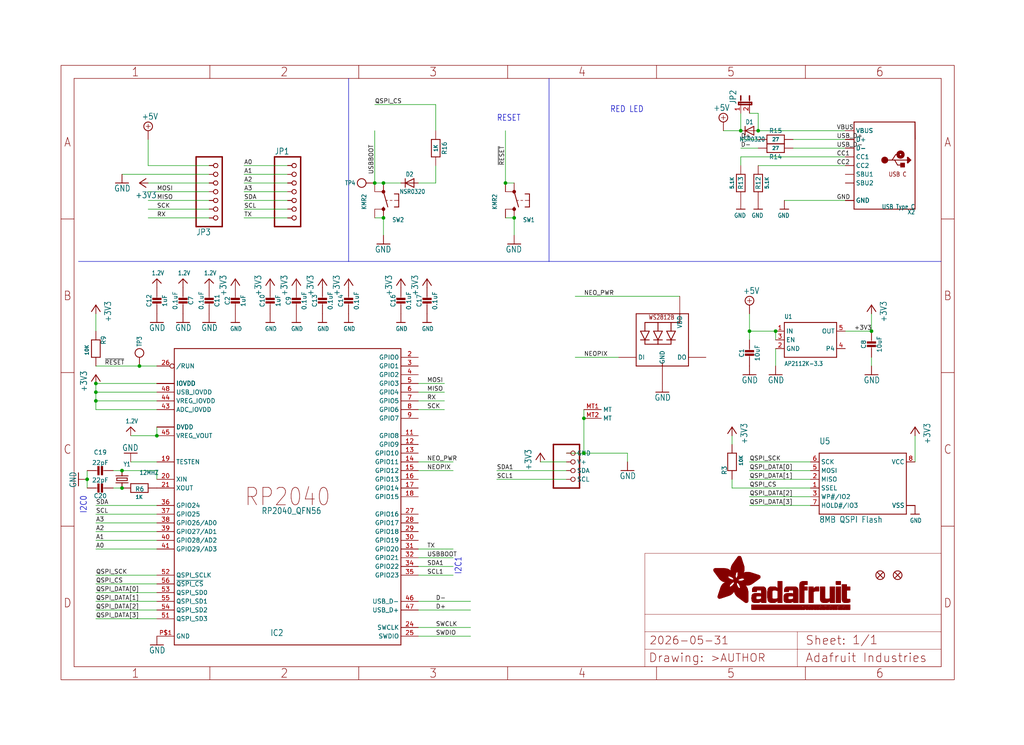
<source format=kicad_sch>
(kicad_sch (version 20230121) (generator eeschema)
  (paper "User" 298.45 217.17)
  (lib_symbols
    (symbol "Adafruit QT Py RP2040-eagle-import:+3V3" (power)
      (property "Value" "+3V3" (at -2.54 -5.08 90))
      (symbol "+3V3_1_0"
        (pin power_in line (at 0 -2.54 90) (length 2.54) (name "+3V3") (number "1"))
      )
    )
    (symbol "Adafruit QT Py RP2040-eagle-import:+5V" (power)
      (property "Value" "+5V" (at -1.905 3.175 0))
      (symbol "+5V_1_0"
        (pin power_in line (at 0 -2.54 90) (length 2.54) (name "+5V") (number "1"))
      )
    )
    (symbol "Adafruit QT Py RP2040-eagle-import:1.2V" (power)
      (property "Value" "1.2V" (at -1.524 1.016 0))
      (symbol "1.2V_1_0"
        (pin power_in line (at 0 -2.54 90) (length 2.54) (name "1.2V") (number "1"))
      )
    )
    (symbol "Adafruit QT Py RP2040-eagle-import:CAP_CERAMIC0603_NO"
      (property "Reference" "C" (at -2.29 1.25 90))
      (symbol "CAP_CERAMIC0603_NO_1_0"
        (pin passive line (at 0 5.08 270) (length 2.54) (name "1") (number "1"))
        (pin passive line (at 0 -2.54 90) (length 2.54) (name "2") (number "2"))
      )
    )
    (symbol "Adafruit QT Py RP2040-eagle-import:CAP_CERAMIC0805-NOOUTLINE"
      (property "Reference" "C" (at -2.29 1.25 90))
      (symbol "CAP_CERAMIC0805-NOOUTLINE_1_0"
        (pin passive line (at 0 5.08 270) (length 2.54) (name "1") (number "1"))
        (pin passive line (at 0 -2.54 90) (length 2.54) (name "2") (number "2"))
      )
    )
    (symbol "Adafruit QT Py RP2040-eagle-import:CAP_CERAMIC_0402NO"
      (property "Reference" "C" (at -2.29 1.25 90))
      (symbol "CAP_CERAMIC_0402NO_1_0"
        (pin passive line (at 0 5.08 270) (length 2.54) (name "1") (number "1"))
        (pin passive line (at 0 -2.54 90) (length 2.54) (name "2") (number "2"))
      )
    )
    (symbol "Adafruit QT Py RP2040-eagle-import:CRYSTAL2.5X2.0"
      (property "Reference" "Y" (at -2.54 2.54 0))
      (symbol "CRYSTAL2.5X2.0_1_0"
        (pin passive line (at -2.54 0 0) (length 0) (name "1") (number "1"))
        (pin passive line (at 2.54 0 180) (length 0) (name "2") (number "3"))
      )
    )
    (symbol "Adafruit QT Py RP2040-eagle-import:DIODE_SOD323MINI"
      (property "Reference" "D" (at 0 2.54 0))
      (symbol "DIODE_SOD323MINI_1_0"
        (pin passive line (at -2.54 0 0) (length 2.54) (name "A") (number "A"))
        (pin passive line (at 2.54 0 180) (length 2.54) (name "C") (number "C"))
      )
    )
    (symbol "Adafruit QT Py RP2040-eagle-import:FIDUCIAL_1MM")
    (symbol "Adafruit QT Py RP2040-eagle-import:FRAME_A4_ADAFRUIT"
      (symbol "FRAME_A4_ADAFRUIT_1_0"
        (text "${#}/${##}" (at 230.505 10.16 0) (effects (font (size 2.54 2.54)) (justify left bottom)))
        (text "${CURRENT_DATE}" (at 171.45 10.16 0) (effects (font (size 2.286 2.286)) (justify left bottom)))
        (text "${PROJECTNAME}" (at 171.45 15.24 0) (effects (font (size 2.54 2.54)) (justify left bottom)))
        (text "1" (at 21.6958 1.905 0) (effects (font (size 2.54 2.286))))
        (text "1" (at 21.6958 177.165 0) (effects (font (size 2.54 2.286))))
        (text "2" (at 65.0875 1.905 0) (effects (font (size 2.54 2.286))))
        (text "2" (at 65.0875 177.165 0) (effects (font (size 2.54 2.286))))
        (text "3" (at 108.4792 1.905 0) (effects (font (size 2.54 2.286))))
        (text "3" (at 108.4792 177.165 0) (effects (font (size 2.54 2.286))))
        (text "4" (at 151.8708 1.905 0) (effects (font (size 2.54 2.286))))
        (text "4" (at 151.8708 177.165 0) (effects (font (size 2.54 2.286))))
        (text "5" (at 195.2625 1.905 0) (effects (font (size 2.54 2.286))))
        (text "5" (at 195.2625 177.165 0) (effects (font (size 2.54 2.286))))
        (text "6" (at 238.6542 1.905 0) (effects (font (size 2.54 2.286))))
        (text "6" (at 238.6542 177.165 0) (effects (font (size 2.54 2.286))))
        (text ">AUTHOR" (at 189.23 5.08 0) (effects (font (size 2.286 2.286)) (justify left bottom)))
        (text "A" (at 1.905 156.6863 0) (effects (font (size 2.54 2.286))))
        (text "A" (at 258.445 156.6863 0) (effects (font (size 2.54 2.286))))
        (text "Adafruit Industries" (at 216.916 4.953 0) (effects (font (size 2.54 2.54)) (justify left bottom)))
        (text "B" (at 1.905 111.9188 0) (effects (font (size 2.54 2.286))))
        (text "B" (at 258.445 111.9188 0) (effects (font (size 2.54 2.286))))
        (text "C" (at 1.905 67.1513 0) (effects (font (size 2.54 2.286))))
        (text "C" (at 258.445 67.1513 0) (effects (font (size 2.54 2.286))))
        (text "D" (at 1.905 22.3838 0) (effects (font (size 2.54 2.286))))
        (text "D" (at 258.445 22.3838 0) (effects (font (size 2.54 2.286))))
        (text "Drawing:" (at 171.196 4.953 0) (effects (font (size 2.54 2.54)) (justify left bottom)))
        (text "Sheet:" (at 216.916 10.033 0) (effects (font (size 2.54 2.54)) (justify left bottom)))
      )
    )
    (symbol "Adafruit QT Py RP2040-eagle-import:GND" (power)
      (property "Value" "GND" (at -2.54 -2.54 0))
      (symbol "GND_1_0"
        (pin power_in line (at 0 2.54 270) (length 2.54) (name "GND") (number "1"))
      )
    )
    (symbol "Adafruit QT Py RP2040-eagle-import:HEADER-1X7_CASTEL"
      (property "Reference" "JP" (at -6.35 10.795 0))
      (symbol "HEADER-1X7_CASTEL_1_0"
        (pin passive inverted (at -2.54 7.62 0) (length 2.54) (name "1") (number "1"))
        (pin passive inverted (at -2.54 7.62 0) (length 2.54) (name "1") (number "1C"))
        (pin passive inverted (at -2.54 5.08 0) (length 2.54) (name "2") (number "2"))
        (pin passive inverted (at -2.54 5.08 0) (length 2.54) (name "2") (number "2C"))
        (pin passive inverted (at -2.54 2.54 0) (length 2.54) (name "3") (number "3"))
        (pin passive inverted (at -2.54 2.54 0) (length 2.54) (name "3") (number "3C"))
        (pin passive inverted (at -2.54 0 0) (length 2.54) (name "4") (number "4"))
        (pin passive inverted (at -2.54 0 0) (length 2.54) (name "4") (number "4C"))
        (pin passive inverted (at -2.54 -2.54 0) (length 2.54) (name "5") (number "5"))
        (pin passive inverted (at -2.54 -2.54 0) (length 2.54) (name "5") (number "5C"))
        (pin passive inverted (at -2.54 -5.08 0) (length 2.54) (name "6") (number "6"))
        (pin passive inverted (at -2.54 -5.08 0) (length 2.54) (name "6") (number "6C"))
        (pin passive inverted (at -2.54 -7.62 0) (length 2.54) (name "7") (number "7"))
        (pin passive inverted (at -2.54 -7.62 0) (length 2.54) (name "7") (number "7C"))
      )
    )
    (symbol "Adafruit QT Py RP2040-eagle-import:JUMPER-2SMD-NO"
      (property "Reference" "JP" (at -1.27 0 90))
      (symbol "JUMPER-2SMD-NO_1_0"
        (pin passive line (at 0 -2.54 90) (length 2.54) (name "1") (number "1"))
        (pin passive line (at 2.54 -2.54 90) (length 2.54) (name "2") (number "2"))
      )
    )
    (symbol "Adafruit QT Py RP2040-eagle-import:RESISTOR_0402NO"
      (property "Reference" "R" (at 0 2.54 0))
      (symbol "RESISTOR_0402NO_1_0"
        (pin passive line (at -5.08 0 0) (length 2.54) (name "1") (number "1"))
        (pin passive line (at 5.08 0 180) (length 2.54) (name "2") (number "2"))
      )
    )
    (symbol "Adafruit QT Py RP2040-eagle-import:RP2040_QFN56"
      (property "Reference" "IC" (at -5.08 -40.64 0))
      (symbol "RP2040_QFN56_1_0"
        (text "RP2040" (at 0 0 0) (effects (font (size 5.08 4.318))))
        (pin power_in line (at -38.1 33.02 0) (length 5.08) (name "IOVDD") (number "1"))
        (pin power_in line (at -38.1 33.02 0) (length 5.08) (name "IOVDD") (number "10"))
        (pin bidirectional line (at 38.1 17.78 180) (length 5.08) (name "GPIO8") (number "11"))
        (pin bidirectional line (at 38.1 15.24 180) (length 5.08) (name "GPIO9") (number "12"))
        (pin bidirectional line (at 38.1 12.7 180) (length 5.08) (name "GPIO10") (number "13"))
        (pin bidirectional line (at 38.1 10.16 180) (length 5.08) (name "GPIO11") (number "14"))
        (pin bidirectional line (at 38.1 7.62 180) (length 5.08) (name "GPIO12") (number "15"))
        (pin bidirectional line (at 38.1 5.08 180) (length 5.08) (name "GPIO13") (number "16"))
        (pin bidirectional line (at 38.1 2.54 180) (length 5.08) (name "GPIO14") (number "17"))
        (pin bidirectional line (at 38.1 0 180) (length 5.08) (name "GPIO15") (number "18"))
        (pin input line (at -38.1 10.16 0) (length 5.08) (name "TESTEN") (number "19"))
        (pin bidirectional line (at 38.1 40.64 180) (length 5.08) (name "GPIO0") (number "2"))
        (pin input line (at -38.1 5.08 0) (length 5.08) (name "XIN") (number "20"))
        (pin output line (at -38.1 2.54 0) (length 5.08) (name "XOUT") (number "21"))
        (pin power_in line (at -38.1 33.02 0) (length 5.08) (name "IOVDD") (number "22"))
        (pin power_in line (at -38.1 20.32 0) (length 5.08) (name "DVDD") (number "23"))
        (pin bidirectional line (at 38.1 -38.1 180) (length 5.08) (name "SWCLK") (number "24"))
        (pin bidirectional line (at 38.1 -40.64 180) (length 5.08) (name "SWDIO") (number "25"))
        (pin bidirectional inverted (at -38.1 38.1 0) (length 5.08) (name "/RUN") (number "26"))
        (pin bidirectional line (at 38.1 -5.08 180) (length 5.08) (name "GPIO16") (number "27"))
        (pin bidirectional line (at 38.1 -7.62 180) (length 5.08) (name "GPIO17") (number "28"))
        (pin bidirectional line (at 38.1 -10.16 180) (length 5.08) (name "GPIO18") (number "29"))
        (pin bidirectional line (at 38.1 38.1 180) (length 5.08) (name "GPIO1") (number "3"))
        (pin bidirectional line (at 38.1 -12.7 180) (length 5.08) (name "GPIO19") (number "30"))
        (pin bidirectional line (at 38.1 -15.24 180) (length 5.08) (name "GPIO20") (number "31"))
        (pin bidirectional line (at 38.1 -17.78 180) (length 5.08) (name "GPIO21") (number "32"))
        (pin power_in line (at -38.1 33.02 0) (length 5.08) (name "IOVDD") (number "33"))
        (pin bidirectional line (at 38.1 -20.32 180) (length 5.08) (name "GPIO22") (number "34"))
        (pin bidirectional line (at 38.1 -22.86 180) (length 5.08) (name "GPIO23") (number "35"))
        (pin bidirectional line (at -38.1 -2.54 0) (length 5.08) (name "GPIO24") (number "36"))
        (pin bidirectional line (at -38.1 -5.08 0) (length 5.08) (name "GPIO25") (number "37"))
        (pin bidirectional line (at -38.1 -7.62 0) (length 5.08) (name "GPIO26/AD0") (number "38"))
        (pin bidirectional line (at -38.1 -10.16 0) (length 5.08) (name "GPIO27/AD1") (number "39"))
        (pin bidirectional line (at 38.1 35.56 180) (length 5.08) (name "GPIO2") (number "4"))
        (pin bidirectional line (at -38.1 -12.7 0) (length 5.08) (name "GPIO28/AD2") (number "40"))
        (pin bidirectional line (at -38.1 -15.24 0) (length 5.08) (name "GPIO29/AD3") (number "41"))
        (pin power_in line (at -38.1 33.02 0) (length 5.08) (name "IOVDD") (number "42"))
        (pin power_in line (at -38.1 25.4 0) (length 5.08) (name "ADC_IOVDD") (number "43"))
        (pin power_in line (at -38.1 27.94 0) (length 5.08) (name "VREG_IOVDD") (number "44"))
        (pin power_in line (at -38.1 17.78 0) (length 5.08) (name "VREG_VOUT") (number "45"))
        (pin bidirectional line (at 38.1 -30.48 180) (length 5.08) (name "USB_D-") (number "46"))
        (pin bidirectional line (at 38.1 -33.02 180) (length 5.08) (name "USB_D+") (number "47"))
        (pin power_in line (at -38.1 30.48 0) (length 5.08) (name "USB_IOVDD") (number "48"))
        (pin power_in line (at -38.1 33.02 0) (length 5.08) (name "IOVDD") (number "49"))
        (pin bidirectional line (at 38.1 33.02 180) (length 5.08) (name "GPIO3") (number "5"))
        (pin power_in line (at -38.1 20.32 0) (length 5.08) (name "DVDD") (number "50"))
        (pin bidirectional line (at -38.1 -35.56 0) (length 5.08) (name "QSPI_SD3") (number "51"))
        (pin bidirectional line (at -38.1 -22.86 0) (length 5.08) (name "QSPI_SCLK") (number "52"))
        (pin bidirectional line (at -38.1 -27.94 0) (length 5.08) (name "QSPI_SD0") (number "53"))
        (pin bidirectional line (at -38.1 -33.02 0) (length 5.08) (name "QSPI_SD2") (number "54"))
        (pin bidirectional line (at -38.1 -30.48 0) (length 5.08) (name "QSPI_SD1") (number "55"))
        (pin bidirectional line (at -38.1 -25.4 0) (length 5.08) (name "~{QSPI_CS}") (number "56"))
        (pin bidirectional line (at 38.1 30.48 180) (length 5.08) (name "GPIO4") (number "6"))
        (pin bidirectional line (at 38.1 27.94 180) (length 5.08) (name "GPIO5") (number "7"))
        (pin bidirectional line (at 38.1 25.4 180) (length 5.08) (name "GPIO6") (number "8"))
        (pin bidirectional line (at 38.1 22.86 180) (length 5.08) (name "GPIO7") (number "9"))
        (pin power_in line (at -38.1 -40.64 0) (length 5.08) (name "GND") (number "P$1"))
      )
    )
    (symbol "Adafruit QT Py RP2040-eagle-import:SPIFLASH_8PIN_4X4"
      (property "Reference" "U" (at -12.7 12.7 0))
      (symbol "SPIFLASH_8PIN_4X4_1_0"
        (pin bidirectional line (at -15.24 0 0) (length 2.54) (name "SSEL") (number "1"))
        (pin bidirectional line (at -15.24 2.54 0) (length 2.54) (name "MISO") (number "2"))
        (pin bidirectional line (at -15.24 -2.54 0) (length 2.54) (name "WP#/IO2") (number "3"))
        (pin bidirectional line (at 15.24 -5.08 180) (length 2.54) (name "VSS") (number "4"))
        (pin bidirectional line (at -15.24 5.08 0) (length 2.54) (name "MOSI") (number "5"))
        (pin bidirectional line (at -15.24 7.62 0) (length 2.54) (name "SCK") (number "6"))
        (pin bidirectional line (at -15.24 -5.08 0) (length 2.54) (name "HOLD#/IO3") (number "7"))
        (pin bidirectional line (at 15.24 7.62 180) (length 2.54) (name "VCC") (number "8"))
        (pin bidirectional line (at 15.24 -5.08 180) (length 2.54) (name "VSS") (number "PAD"))
      )
    )
    (symbol "Adafruit QT Py RP2040-eagle-import:STEMMA_I2C_QTSKINNY"
      (symbol "STEMMA_I2C_QTSKINNY_1_0"
        (pin passive inverted (at 0 5.08 0) (length 2.54) (name "GND") (number "1"))
        (pin passive inverted (at 0 2.54 0) (length 2.54) (name "V+") (number "2"))
        (pin passive inverted (at 0 0 0) (length 2.54) (name "SDA") (number "3"))
        (pin passive inverted (at 0 -2.54 0) (length 2.54) (name "SCL") (number "4"))
      )
      (symbol "STEMMA_I2C_QTSKINNY_2_0"
        (pin bidirectional line (at 0 0 0) (length 5.08) (name "MT") (number "MT1"))
      )
      (symbol "STEMMA_I2C_QTSKINNY_3_0"
        (pin bidirectional line (at 0 0 0) (length 5.08) (name "MT") (number "MT2"))
      )
    )
    (symbol "Adafruit QT Py RP2040-eagle-import:SWITCH_TACT_SMT4.6X2.8"
      (property "Reference" "SW" (at -2.54 6.35 0))
      (symbol "SWITCH_TACT_SMT4.6X2.8_1_0"
        (pin passive line (at -5.08 0 0) (length 2.54) (name "P") (number "A"))
        (pin passive line (at -5.08 -2.54 0) (length 2.54) (name "P1") (number "A'"))
        (pin passive line (at 5.08 0 180) (length 2.54) (name "S") (number "B"))
        (pin passive line (at 5.08 -2.54 180) (length 2.54) (name "S1") (number "B'"))
      )
    )
    (symbol "Adafruit QT Py RP2040-eagle-import:TESTPOINTROUND1.5MMNO"
      (property "Reference" "TP" (at 0 5.588 90))
      (symbol "TESTPOINTROUND1.5MMNO_1_0"
        (pin bidirectional line (at 0 0 90) (length 2.54) (name "P$1") (number "P$1"))
      )
    )
    (symbol "Adafruit QT Py RP2040-eagle-import:USB_C"
      (property "Reference" "X" (at -10.16 13.716 0))
      (symbol "USB_C_1_0"
        (text "USB C" (at -5.08 -2.54 0) (effects (font (size 1.27 1.0795))))
        (pin power_in line (at 10.16 -10.16 180) (length 2.54) (name "GND") (number "A1B12"))
        (pin power_in line (at 10.16 10.16 180) (length 2.54) (name "VBUS") (number "A4B9"))
        (pin bidirectional line (at 10.16 2.54 180) (length 2.54) (name "CC1") (number "A5"))
        (pin bidirectional line (at 10.16 7.62 180) (length 2.54) (name "D+") (number "A6"))
        (pin bidirectional line (at 10.16 5.08 180) (length 2.54) (name "D-") (number "A7"))
        (pin bidirectional line (at 10.16 -2.54 180) (length 2.54) (name "SBU1") (number "A8"))
        (pin power_in line (at 10.16 -10.16 180) (length 2.54) (name "GND") (number "B1A12"))
        (pin power_in line (at 10.16 10.16 180) (length 2.54) (name "VBUS") (number "B4A9"))
        (pin bidirectional line (at 10.16 0 180) (length 2.54) (name "CC2") (number "B5"))
        (pin bidirectional line (at 10.16 7.62 180) (length 2.54) (name "D+") (number "B6"))
        (pin bidirectional line (at 10.16 5.08 180) (length 2.54) (name "D-") (number "B7"))
        (pin bidirectional line (at 10.16 -5.08 180) (length 2.54) (name "SBU2") (number "B8"))
      )
    )
    (symbol "Adafruit QT Py RP2040-eagle-import:VREG_SOT23-5"
      (property "Reference" "U" (at -7.62 6.096 0))
      (symbol "VREG_SOT23-5_1_0"
        (pin power_in line (at -10.16 2.54 0) (length 2.54) (name "IN") (number "1"))
        (pin power_in line (at -10.16 -2.54 0) (length 2.54) (name "GND") (number "2"))
        (pin input line (at -10.16 0 0) (length 2.54) (name "EN") (number "3"))
        (pin bidirectional line (at 10.16 -2.54 180) (length 2.54) (name "P4") (number "4"))
        (pin power_in line (at 10.16 2.54 180) (length 2.54) (name "OUT") (number "5"))
      )
    )
    (symbol "Adafruit QT Py RP2040-eagle-import:WS2812B_SK6805_1515"
      (symbol "WS2812B_SK6805_1515_1_0"
        (text "WS2812B" (at -4.064 8.382 0) (effects (font (size 1.27 1.0795)) (justify left bottom)))
        (pin input line (at -12.7 -2.54 0) (length 5.08) (name "DI") (number "1"))
        (pin power_in line (at 5.08 15.24 270) (length 5.08) (name "VDD") (number "2"))
        (pin output line (at 12.7 -2.54 180) (length 5.08) (name "DO") (number "3"))
        (pin power_in line (at 0 -10.16 90) (length 5.08) (name "GND") (number "4"))
      )
    )
    (symbol "Adafruit QT Py RP2040-eagle-import:microbuilder_GND" (power)
      (property "Value" "microbuilder_GND" (at -1.524 -2.54 0))
      (symbol "microbuilder_GND_1_0"
        (pin power_in line (at 0 2.54 270) (length 2.54) (name "GND") (number "1"))
      )
    )
  )
  (junction (at 109.22 53.34))
  (junction (at 215.9 38.1))
  (junction (at 35.56 142.24))
  (junction (at 25.4 139.7))
  (junction (at 170.18 132.08))
  (junction (at 149.86 63.5))
  (junction (at 45.72 127))
  (junction (at 111.76 63.5))
  (junction (at 220.98 38.1))
  (junction (at 254 96.52))
  (junction (at 170.18 121.92))
  (junction (at 111.76 53.34))
  (junction (at 35.56 137.16))
  (junction (at 40.64 106.68))
  (junction (at 218.44 96.52))
  (junction (at 27.94 111.76))
  (junction (at 147.32 53.34))
  (junction (at 27.94 116.84))
  (junction (at 27.94 114.3))
  (junction (at 226.06 96.52))
  (wire (pts (xy 215.9 38.1) (xy 215.9 33.02)) (stroke (width 0.1524)))
  (wire (pts (xy 254 106.68) (xy 254 104.14)) (stroke (width 0.1524)))
  (wire (pts (xy 246.38 40.64) (xy 231.14 40.64)) (stroke (width 0.1524)))
  (wire (pts (xy 45.72 147.32) (xy 27.94 147.32)) (stroke (width 0.1524)))
  (wire (pts (xy 218.44 99.06) (xy 218.44 96.52)) (stroke (width 0.1524)))
  (wire (pts (xy 121.92 160.02) (xy 132.08 160.02)) (stroke (width 0.1524)))
  (wire (pts (xy 71.12 58.42) (xy 83.82 58.42)) (stroke (width 0.1524)))
  (wire (pts (xy 71.12 53.34) (xy 83.82 53.34)) (stroke (width 0.1524)))
  (wire (pts (xy 121.92 114.3) (xy 129.54 114.3)) (stroke (width 0.1524)))
  (wire (pts (xy 215.9 38.1) (xy 210.82 38.1)) (stroke (width 0.1524)))
  (wire (pts (xy 228.6 58.42) (xy 246.38 58.42)) (stroke (width 0.1524)))
  (wire (pts (xy 213.36 139.7) (xy 213.36 142.24)) (stroke (width 0.1524)))
  (wire (pts (xy 27.94 172.72) (xy 45.72 172.72)) (stroke (width 0.1524)))
  (wire (pts (xy 236.22 134.62) (xy 218.44 134.62)) (stroke (width 0.1524)))
  (wire (pts (xy 149.86 63.5) (xy 149.86 68.58)) (stroke (width 0.1524)))
  (wire (pts (xy 71.12 48.26) (xy 83.82 48.26)) (stroke (width 0.1524)))
  (wire (pts (xy 220.98 40.64) (xy 215.9 40.64)) (stroke (width 0.1524)))
  (wire (pts (xy 220.98 33.02) (xy 220.98 38.1)) (stroke (width 0.1524)))
  (polyline (pts (xy 101.6 76.2) (xy 101.6 22.86)) (stroke (width 0.1524) (type solid)))
  (wire (pts (xy 40.64 106.68) (xy 27.94 106.68)) (stroke (width 0.1524)))
  (wire (pts (xy 121.92 111.76) (xy 129.54 111.76)) (stroke (width 0.1524)))
  (wire (pts (xy 127 30.48) (xy 109.22 30.48)) (stroke (width 0.1524)))
  (wire (pts (xy 45.72 124.46) (xy 45.72 127)) (stroke (width 0.1524)))
  (wire (pts (xy 109.22 63.5) (xy 111.76 63.5)) (stroke (width 0.1524)))
  (wire (pts (xy 60.96 55.88) (xy 43.18 55.88)) (stroke (width 0.1524)))
  (wire (pts (xy 45.72 106.68) (xy 40.64 106.68)) (stroke (width 0.1524)))
  (wire (pts (xy 165.1 132.08) (xy 170.18 132.08)) (stroke (width 0.1524)))
  (wire (pts (xy 60.96 48.26) (xy 43.18 48.26)) (stroke (width 0.1524)))
  (polyline (pts (xy 22.86 76.2) (xy 101.6 76.2)) (stroke (width 0.1524) (type solid)))
  (wire (pts (xy 121.92 185.42) (xy 137.16 185.42)) (stroke (width 0.1524)))
  (wire (pts (xy 60.96 53.34) (xy 43.18 53.34)) (stroke (width 0.1524)))
  (wire (pts (xy 121.92 175.26) (xy 137.16 175.26)) (stroke (width 0.1524)))
  (wire (pts (xy 220.98 38.1) (xy 246.38 38.1)) (stroke (width 0.1524)))
  (wire (pts (xy 121.92 177.8) (xy 137.16 177.8)) (stroke (width 0.1524)))
  (wire (pts (xy 213.36 142.24) (xy 236.22 142.24)) (stroke (width 0.1524)))
  (wire (pts (xy 45.72 137.16) (xy 45.72 139.7)) (stroke (width 0.1524)))
  (wire (pts (xy 170.18 121.92) (xy 170.18 132.08)) (stroke (width 0.1524)))
  (wire (pts (xy 180.34 104.14) (xy 167.64 104.14)) (stroke (width 0.1524)))
  (wire (pts (xy 83.82 63.5) (xy 71.12 63.5)) (stroke (width 0.1524)))
  (wire (pts (xy 45.72 152.4) (xy 27.94 152.4)) (stroke (width 0.1524)))
  (wire (pts (xy 27.94 177.8) (xy 45.72 177.8)) (stroke (width 0.1524)))
  (wire (pts (xy 218.44 147.32) (xy 236.22 147.32)) (stroke (width 0.1524)))
  (wire (pts (xy 35.56 137.16) (xy 45.72 137.16)) (stroke (width 0.1524)))
  (wire (pts (xy 218.44 33.02) (xy 220.98 33.02)) (stroke (width 0.1524)))
  (wire (pts (xy 170.18 132.08) (xy 182.88 132.08)) (stroke (width 0.1524)))
  (wire (pts (xy 218.44 96.52) (xy 226.06 96.52)) (stroke (width 0.1524)))
  (wire (pts (xy 215.9 45.72) (xy 215.9 48.26)) (stroke (width 0.1524)))
  (wire (pts (xy 25.4 139.7) (xy 25.4 137.16)) (stroke (width 0.1524)))
  (wire (pts (xy 45.72 167.64) (xy 27.94 167.64)) (stroke (width 0.1524)))
  (wire (pts (xy 83.82 55.88) (xy 71.12 55.88)) (stroke (width 0.1524)))
  (wire (pts (xy 132.08 167.64) (xy 121.92 167.64)) (stroke (width 0.1524)))
  (wire (pts (xy 165.1 139.7) (xy 144.78 139.7)) (stroke (width 0.1524)))
  (wire (pts (xy 218.44 91.44) (xy 218.44 96.52)) (stroke (width 0.1524)))
  (polyline (pts (xy 160.02 76.2) (xy 160.02 22.86)) (stroke (width 0.1524) (type solid)))
  (wire (pts (xy 27.94 91.44) (xy 27.94 96.52)) (stroke (width 0.1524)))
  (wire (pts (xy 246.38 48.26) (xy 220.98 48.26)) (stroke (width 0.1524)))
  (wire (pts (xy 38.1 127) (xy 45.72 127)) (stroke (width 0.1524)))
  (wire (pts (xy 27.94 154.94) (xy 45.72 154.94)) (stroke (width 0.1524)))
  (wire (pts (xy 27.94 114.3) (xy 27.94 111.76)) (stroke (width 0.1524)))
  (wire (pts (xy 236.22 144.78) (xy 218.44 144.78)) (stroke (width 0.1524)))
  (wire (pts (xy 111.76 53.34) (xy 116.84 53.34)) (stroke (width 0.1524)))
  (wire (pts (xy 27.94 149.86) (xy 45.72 149.86)) (stroke (width 0.1524)))
  (polyline (pts (xy 160.02 76.2) (xy 101.6 76.2)) (stroke (width 0.1524) (type solid)))
  (wire (pts (xy 215.9 43.18) (xy 220.98 43.18)) (stroke (width 0.1524)))
  (wire (pts (xy 213.36 127) (xy 213.36 129.54)) (stroke (width 0.1524)))
  (wire (pts (xy 147.32 53.34) (xy 147.32 38.1)) (stroke (width 0.1524)))
  (wire (pts (xy 60.96 60.96) (xy 43.18 60.96)) (stroke (width 0.1524)))
  (wire (pts (xy 231.14 43.18) (xy 246.38 43.18)) (stroke (width 0.1524)))
  (wire (pts (xy 111.76 53.34) (xy 109.22 53.34)) (stroke (width 0.1524)))
  (wire (pts (xy 45.72 157.48) (xy 27.94 157.48)) (stroke (width 0.1524)))
  (wire (pts (xy 27.94 116.84) (xy 27.94 114.3)) (stroke (width 0.1524)))
  (wire (pts (xy 33.02 142.24) (xy 35.56 142.24)) (stroke (width 0.1524)))
  (wire (pts (xy 60.96 63.5) (xy 43.18 63.5)) (stroke (width 0.1524)))
  (wire (pts (xy 165.1 134.62) (xy 157.48 134.62)) (stroke (width 0.1524)))
  (wire (pts (xy 182.88 132.08) (xy 182.88 134.62)) (stroke (width 0.1524)))
  (wire (pts (xy 111.76 63.5) (xy 111.76 68.58)) (stroke (width 0.1524)))
  (wire (pts (xy 246.38 96.52) (xy 254 96.52)) (stroke (width 0.1524)))
  (wire (pts (xy 226.06 101.6) (xy 226.06 106.68)) (stroke (width 0.1524)))
  (wire (pts (xy 170.18 119.38) (xy 170.18 121.92)) (stroke (width 0.1524)))
  (wire (pts (xy 43.18 48.26) (xy 43.18 40.64)) (stroke (width 0.1524)))
  (wire (pts (xy 226.06 99.06) (xy 226.06 96.52)) (stroke (width 0.1524)))
  (wire (pts (xy 25.4 142.24) (xy 25.4 139.7)) (stroke (width 0.1524)))
  (wire (pts (xy 27.94 160.02) (xy 45.72 160.02)) (stroke (width 0.1524)))
  (wire (pts (xy 45.72 119.38) (xy 27.94 119.38)) (stroke (width 0.1524)))
  (wire (pts (xy 121.92 137.16) (xy 132.08 137.16)) (stroke (width 0.1524)))
  (wire (pts (xy 27.94 119.38) (xy 27.94 116.84)) (stroke (width 0.1524)))
  (wire (pts (xy 83.82 50.8) (xy 71.12 50.8)) (stroke (width 0.1524)))
  (wire (pts (xy 45.72 116.84) (xy 27.94 116.84)) (stroke (width 0.1524)))
  (wire (pts (xy 121.92 134.62) (xy 132.08 134.62)) (stroke (width 0.1524)))
  (wire (pts (xy 165.1 137.16) (xy 144.78 137.16)) (stroke (width 0.1524)))
  (wire (pts (xy 218.44 137.16) (xy 236.22 137.16)) (stroke (width 0.1524)))
  (wire (pts (xy 236.22 139.7) (xy 218.44 139.7)) (stroke (width 0.1524)))
  (wire (pts (xy 83.82 60.96) (xy 71.12 60.96)) (stroke (width 0.1524)))
  (wire (pts (xy 266.7 127) (xy 266.7 134.62)) (stroke (width 0.1524)))
  (wire (pts (xy 60.96 58.42) (xy 43.18 58.42)) (stroke (width 0.1524)))
  (wire (pts (xy 121.92 53.34) (xy 127 53.34)) (stroke (width 0.1524)))
  (wire (pts (xy 109.22 53.34) (xy 109.22 38.1)) (stroke (width 0.1524)))
  (wire (pts (xy 121.92 119.38) (xy 129.54 119.38)) (stroke (width 0.1524)))
  (wire (pts (xy 147.32 63.5) (xy 149.86 63.5)) (stroke (width 0.1524)))
  (polyline (pts (xy 274.32 76.2) (xy 160.02 76.2)) (stroke (width 0.1524) (type solid)))
  (wire (pts (xy 45.72 170.18) (xy 27.94 170.18)) (stroke (width 0.1524)))
  (wire (pts (xy 198.12 86.36) (xy 167.64 86.36)) (stroke (width 0.1524)))
  (wire (pts (xy 246.38 45.72) (xy 215.9 45.72)) (stroke (width 0.1524)))
  (wire (pts (xy 45.72 114.3) (xy 27.94 114.3)) (stroke (width 0.1524)))
  (wire (pts (xy 254 91.44) (xy 254 96.52)) (stroke (width 0.1524)))
  (wire (pts (xy 27.94 175.26) (xy 45.72 175.26)) (stroke (width 0.1524)))
  (wire (pts (xy 45.72 134.62) (xy 38.1 134.62)) (stroke (width 0.1524)))
  (wire (pts (xy 121.92 162.56) (xy 132.08 162.56)) (stroke (width 0.1524)))
  (wire (pts (xy 121.92 116.84) (xy 129.54 116.84)) (stroke (width 0.1524)))
  (wire (pts (xy 60.96 50.8) (xy 35.56 50.8)) (stroke (width 0.1524)))
  (wire (pts (xy 137.16 182.88) (xy 121.92 182.88)) (stroke (width 0.1524)))
  (wire (pts (xy 35.56 137.16) (xy 33.02 137.16)) (stroke (width 0.1524)))
  (wire (pts (xy 45.72 111.76) (xy 27.94 111.76)) (stroke (width 0.1524)))
  (wire (pts (xy 127 53.34) (xy 127 48.26)) (stroke (width 0.1524)))
  (wire (pts (xy 127 38.1) (xy 127 30.48)) (stroke (width 0.1524)))
  (wire (pts (xy 27.94 180.34) (xy 45.72 180.34)) (stroke (width 0.1524)))
  (wire (pts (xy 149.86 53.34) (xy 147.32 53.34)) (stroke (width 0.1524)))
  (wire (pts (xy 121.92 165.1) (xy 132.08 165.1)) (stroke (width 0.1524)))
  (text "I2C1" (at 134.62 167.64 90) (effects (font (size 1.778 1.5113)) (justify left bottom)))
  (text "RED LED" (at 177.8 33.02 0) (effects (font (size 1.778 1.5113)) (justify left bottom)))
  (text "RESET" (at 144.78 35.56 0) (effects (font (size 1.778 1.5113)) (justify left bottom)))
  (text "I2C0" (at 25.4 149.86 90) (effects (font (size 1.778 1.5113)) (justify left bottom)))
  (label "~{RESET}" (at 147.32 48.26 90) (effects (font (size 1.2446 1.2446))))
  (label "QSPI_DATA[1]" (at 27.94 175.26 0) (effects (font (size 1.2446 1.2446))))
  (label "A3" (at 71.12 55.88 0) (effects (font (size 1.2446 1.2446))))
  (label "SWCLK" (at 127 182.88 0) (effects (font (size 1.2446 1.2446))))
  (label "RX" (at 124.46 116.84 0) (effects (font (size 1.2446 1.2446))))
  (label "CC2" (at 243.84 48.26 0) (effects (font (size 1.2446 1.2446))))
  (label "NEOPIX" (at 124.46 137.16 0) (effects (font (size 1.2446 1.2446))))
  (label "QSPI_DATA[1]" (at 218.44 139.7 0) (effects (font (size 1.2446 1.2446))))
  (label "VBUS" (at 243.84 38.1 0) (effects (font (size 1.2446 1.2446))))
  (label "A2" (at 71.12 53.34 0) (effects (font (size 1.2446 1.2446))))
  (label "QSPI_DATA[0]" (at 27.94 172.72 0) (effects (font (size 1.2446 1.2446))))
  (label "A1" (at 27.94 157.48 0) (effects (font (size 1.2446 1.2446))))
  (label "MISO" (at 124.46 114.3 0) (effects (font (size 1.2446 1.2446))))
  (label "D-" (at 215.9 43.18 0) (effects (font (size 1.2446 1.2446))))
  (label "QSPI_SCK" (at 218.44 134.62 0) (effects (font (size 1.2446 1.2446))))
  (label "SCL" (at 27.94 149.86 0) (effects (font (size 1.2446 1.2446))))
  (label "QSPI_CS" (at 109.22 30.48 0) (effects (font (size 1.2446 1.2446))))
  (label "TX" (at 71.12 63.5 0) (effects (font (size 1.2446 1.2446))))
  (label "QSPI_CS" (at 27.94 170.18 0) (effects (font (size 1.2446 1.2446))))
  (label "A1" (at 71.12 50.8 0) (effects (font (size 1.2446 1.2446))))
  (label "MOSI" (at 124.46 111.76 0) (effects (font (size 1.2446 1.2446))))
  (label "D-" (at 127 175.26 0) (effects (font (size 1.2446 1.2446))))
  (label "SDA1" (at 124.46 165.1 0) (effects (font (size 1.2446 1.2446))))
  (label "SCL" (at 71.12 60.96 0) (effects (font (size 1.2446 1.2446))))
  (label "SDA" (at 27.94 147.32 0) (effects (font (size 1.2446 1.2446))))
  (label "SDA" (at 71.12 58.42 0) (effects (font (size 1.2446 1.2446))))
  (label "QSPI_DATA[2]" (at 218.44 144.78 0) (effects (font (size 1.2446 1.2446))))
  (label "QSPI_CS" (at 218.44 142.24 0) (effects (font (size 1.2446 1.2446))))
  (label "USBBOOT" (at 109.22 50.8 90) (effects (font (size 1.2446 1.2446))))
  (label "SCK" (at 45.72 60.96 0) (effects (font (size 1.2446 1.2446))))
  (label "TX" (at 124.46 160.02 0) (effects (font (size 1.2446 1.2446))))
  (label "NEO_PWR" (at 124.46 134.62 0) (effects (font (size 1.2446 1.2446))))
  (label "A2" (at 27.94 154.94 0) (effects (font (size 1.2446 1.2446))))
  (label "SCK" (at 124.46 119.38 0) (effects (font (size 1.2446 1.2446))))
  (label "QSPI_DATA[3]" (at 27.94 180.34 0) (effects (font (size 1.2446 1.2446))))
  (label "USB_D+" (at 243.84 40.64 0) (effects (font (size 1.2446 1.2446))))
  (label "SCL1" (at 144.78 139.7 0) (effects (font (size 1.2446 1.2446))))
  (label "SCL1" (at 124.46 167.64 0) (effects (font (size 1.2446 1.2446))))
  (label "QSPI_DATA[3]" (at 218.44 147.32 0) (effects (font (size 1.2446 1.2446))))
  (label "QSPI_DATA[0]" (at 218.44 137.16 0) (effects (font (size 1.2446 1.2446))))
  (label "CC1" (at 243.84 45.72 0) (effects (font (size 1.2446 1.2446))))
  (label "GND" (at 243.84 58.42 0) (effects (font (size 1.2446 1.2446))))
  (label "USBBOOT" (at 124.46 162.56 0) (effects (font (size 1.2446 1.2446))))
  (label "D+" (at 127 177.8 0) (effects (font (size 1.2446 1.2446))))
  (label "~{RESET}" (at 30.48 106.68 0) (effects (font (size 1.2446 1.2446))))
  (label "MOSI" (at 45.72 55.88 0) (effects (font (size 1.2446 1.2446))))
  (label "NEOPIX" (at 170.18 104.14 0) (effects (font (size 1.2446 1.2446))))
  (label "USB_D-" (at 243.84 43.18 0) (effects (font (size 1.2446 1.2446))))
  (label "SDA1" (at 144.78 137.16 0) (effects (font (size 1.2446 1.2446))))
  (label "+3V3" (at 248.92 96.52 0) (effects (font (size 1.2446 1.2446))))
  (label "RX" (at 45.72 63.5 0) (effects (font (size 1.2446 1.2446))))
  (label "A3" (at 27.94 152.4 0) (effects (font (size 1.2446 1.2446))))
  (label "A0" (at 27.94 160.02 0) (effects (font (size 1.2446 1.2446))))
  (label "A0" (at 71.12 48.26 0) (effects (font (size 1.2446 1.2446))))
  (label "D+" (at 215.9 40.64 0) (effects (font (size 1.2446 1.2446))))
  (label "MISO" (at 45.72 58.42 0) (effects (font (size 1.2446 1.2446))))
  (label "QSPI_SCK" (at 27.94 167.64 0) (effects (font (size 1.2446 1.2446))))
  (label "NEO_PWR" (at 170.18 86.36 0) (effects (font (size 1.2446 1.2446))))
  (label "QSPI_DATA[2]" (at 27.94 177.8 0) (effects (font (size 1.2446 1.2446))))
  (label "SWDIO" (at 127 185.42 0) (effects (font (size 1.2446 1.2446))))
  (symbol (lib_id "Adafruit QT Py RP2040-eagle-import:microbuilder_GND") (at 78.74 93.98 0) (unit 1)
    (property "Reference" "#U$47" (effects hide))
    (property "Value" "GND" (at 77.216 96.52 0) (effects (font (size 1.27 1.0795)) (justify left bottom)))
  )
  (symbol (lib_id "Adafruit QT Py RP2040-eagle-import:CAP_CERAMIC_0402NO") (at 101.6 88.9 0) (unit 1)
    (property "Reference" "C14" (at 99.31 87.65 90))
    (property "Value" "0.1uF" (at 103.9 87.65 90))
    (property "Footprint" "Adafruit QT Py RP2040:_0402NO" (effects hide))
  )
  (symbol (lib_id "Adafruit QT Py RP2040-eagle-import:RESISTOR_0402NO") (at 213.36 134.62 90) (unit 1)
    (property "Reference" "R3" (at 211.8614 138.43 0) (effects (justify left bottom)))
    (property "Value" "10K" (at 216.662 135.89 0) (effects (font (size 1.016 1.016) bold) (justify left bottom)))
    (property "Footprint" "Adafruit QT Py RP2040:_0402NO" (effects hide))
  )
  (symbol (lib_id "Adafruit QT Py RP2040-eagle-import:+3V3") (at 27.94 109.22 0) (unit 1)
    (property "Reference" "#+3V6" (effects hide))
    (property "Value" "+3V3" (at 25.4 114.3 90) (effects (font (size 1.778 1.5113)) (justify left bottom)))
  )
  (symbol (lib_id "Adafruit QT Py RP2040-eagle-import:1.2V") (at 53.34 81.28 0) (unit 1)
    (property "Reference" "#U$43" (effects hide))
    (property "Value" "1.2V" (at 51.816 80.264 0) (effects (font (size 1.27 1.0795)) (justify left bottom)))
  )
  (symbol (lib_id "Adafruit QT Py RP2040-eagle-import:STEMMA_I2C_QTSKINNY") (at 170.18 119.38 0) (unit 2)
    (property "Reference" "CONN1" (effects hide))
    (property "Value" "STEMMA_I2C_QTSKINNY" (effects hide))
    (property "Footprint" "Adafruit QT Py RP2040:JST_SH4_SKINNY" (effects hide))
  )
  (symbol (lib_id "Adafruit QT Py RP2040-eagle-import:GND") (at 38.1 132.08 0) (mirror x) (unit 1)
    (property "Reference" "#GND13" (effects hide))
    (property "Value" "GND" (at 35.56 129.54 0) (effects (font (size 1.778 1.5113)) (justify left bottom)))
  )
  (symbol (lib_id "Adafruit QT Py RP2040-eagle-import:CAP_CERAMIC_0402NO") (at 30.48 137.16 90) (unit 1)
    (property "Reference" "C19" (at 29.23 131.83 90))
    (property "Value" "22pF" (at 29.23 134.86 90))
    (property "Footprint" "Adafruit QT Py RP2040:_0402NO" (effects hide))
  )
  (symbol (lib_id "Adafruit QT Py RP2040-eagle-import:SWITCH_TACT_SMT4.6X2.8") (at 149.86 58.42 270) (unit 1)
    (property "Reference" "SW1" (at 152.4 64.77 90) (effects (font (size 1.27 1.0795)) (justify left bottom)))
    (property "Value" "KMR2" (at 143.51 56.515 0) (effects (font (size 1.27 1.0795)) (justify left bottom)))
    (property "Footprint" "Adafruit QT Py RP2040:BTN_KMR2_4.6X2.8" (effects hide))
  )
  (symbol (lib_id "Adafruit QT Py RP2040-eagle-import:CAP_CERAMIC_0402NO") (at 60.96 86.36 180) (unit 1)
    (property "Reference" "C11" (at 63.25 87.61 90))
    (property "Value" "0.1uF" (at 58.66 87.61 90))
    (property "Footprint" "Adafruit QT Py RP2040:_0402NO" (effects hide))
  )
  (symbol (lib_id "Adafruit QT Py RP2040-eagle-import:RESISTOR_0402NO") (at 40.64 142.24 0) (unit 1)
    (property "Reference" "R6" (at 39.37 143.2814 0) (effects (justify left bottom)))
    (property "Value" "1K" (at 39.37 145.542 0) (effects (font (size 1.016 1.016) bold) (justify left bottom)))
    (property "Footprint" "Adafruit QT Py RP2040:_0402NO" (effects hide))
  )
  (symbol (lib_id "Adafruit QT Py RP2040-eagle-import:FIDUCIAL_1MM") (at 261.62 167.64 0) (unit 1)
    (property "Reference" "U$6" (effects hide))
    (property "Value" "FIDUCIAL_1MM" (effects hide))
    (property "Footprint" "Adafruit QT Py RP2040:FIDUCIAL_1MM" (effects hide))
  )
  (symbol (lib_id "Adafruit QT Py RP2040-eagle-import:+3V3") (at 93.98 81.28 0) (unit 1)
    (property "Reference" "#+3V12" (effects hide))
    (property "Value" "+3V3" (at 91.44 86.36 90) (effects (font (size 1.778 1.5113)) (justify left bottom)))
  )
  (symbol (lib_id "Adafruit QT Py RP2040-eagle-import:+3V3") (at 78.74 81.28 0) (unit 1)
    (property "Reference" "#+3V10" (effects hide))
    (property "Value" "+3V3" (at 76.2 86.36 90) (effects (font (size 1.778 1.5113)) (justify left bottom)))
  )
  (symbol (lib_id "Adafruit QT Py RP2040-eagle-import:STEMMA_I2C_QTSKINNY") (at 170.18 121.92 0) (unit 3)
    (property "Reference" "CONN1" (effects hide))
    (property "Value" "STEMMA_I2C_QTSKINNY" (effects hide))
    (property "Footprint" "Adafruit QT Py RP2040:JST_SH4_SKINNY" (effects hide))
  )
  (symbol (lib_id "Adafruit QT Py RP2040-eagle-import:GND") (at 60.96 93.98 0) (mirror y) (unit 1)
    (property "Reference" "#GND20" (effects hide))
    (property "Value" "GND" (at 63.5 96.52 0) (effects (font (size 1.778 1.5113)) (justify left bottom)))
  )
  (symbol (lib_id "Adafruit QT Py RP2040-eagle-import:microbuilder_GND") (at 215.9 60.96 0) (mirror y) (unit 1)
    (property "Reference" "#U$28" (effects hide))
    (property "Value" "GND" (at 217.424 63.5 0) (effects (font (size 1.27 1.0795)) (justify left bottom)))
  )
  (symbol (lib_id "Adafruit QT Py RP2040-eagle-import:microbuilder_GND") (at 220.98 60.96 0) (mirror y) (unit 1)
    (property "Reference" "#U$24" (effects hide))
    (property "Value" "GND" (at 222.504 63.5 0) (effects (font (size 1.27 1.0795)) (justify left bottom)))
  )
  (symbol (lib_id "Adafruit QT Py RP2040-eagle-import:RESISTOR_0402NO") (at 127 43.18 270) (unit 1)
    (property "Reference" "R16" (at 129.54 43.18 0))
    (property "Value" "1K" (at 127 43.18 0) (effects (font (size 1.016 1.016) bold)))
    (property "Footprint" "Adafruit QT Py RP2040:_0402NO" (effects hide))
  )
  (symbol (lib_id "Adafruit QT Py RP2040-eagle-import:microbuilder_GND") (at 101.6 93.98 0) (unit 1)
    (property "Reference" "#U$50" (effects hide))
    (property "Value" "GND" (at 100.076 96.52 0) (effects (font (size 1.27 1.0795)) (justify left bottom)))
  )
  (symbol (lib_id "Adafruit QT Py RP2040-eagle-import:STEMMA_I2C_QTSKINNY") (at 165.1 137.16 0) (unit 1)
    (property "Reference" "CONN1" (effects hide))
    (property "Value" "STEMMA_I2C_QTSKINNY" (effects hide))
    (property "Footprint" "Adafruit QT Py RP2040:JST_SH4_SKINNY" (effects hide))
  )
  (symbol (lib_id "Adafruit QT Py RP2040-eagle-import:microbuilder_GND") (at 228.6 60.96 0) (mirror y) (unit 1)
    (property "Reference" "#U$41" (effects hide))
    (property "Value" "GND" (at 230.124 63.5 0) (effects (font (size 1.27 1.0795)) (justify left bottom)))
  )
  (symbol (lib_id "Adafruit QT Py RP2040-eagle-import:+5V") (at 43.18 38.1 0) (unit 1)
    (property "Reference" "#SUPPLY3" (effects hide))
    (property "Value" "+5V" (at 41.275 34.925 0) (effects (font (size 1.778 1.5113)) (justify left bottom)))
  )
  (symbol (lib_id "Adafruit QT Py RP2040-eagle-import:SPIFLASH_8PIN_4X4") (at 251.46 142.24 0) (unit 1)
    (property "Reference" "U5" (at 238.76 129.54 0) (effects (font (size 1.778 1.5113)) (justify left bottom)))
    (property "Value" "8MB QSPI Flash" (at 238.76 152.4 0) (effects (font (size 1.778 1.5113)) (justify left bottom)))
    (property "Footprint" "Adafruit QT Py RP2040:USON8_4X4" (effects hide))
  )
  (symbol (lib_id "Adafruit QT Py RP2040-eagle-import:RESISTOR_0402NO") (at 226.06 40.64 0) (mirror y) (unit 1)
    (property "Reference" "R15" (at 226.06 38.1 0))
    (property "Value" "27" (at 226.06 40.64 0) (effects (font (size 1.016 1.016) bold)))
    (property "Footprint" "Adafruit QT Py RP2040:_0402NO" (effects hide))
  )
  (symbol (lib_id "Adafruit QT Py RP2040-eagle-import:CAP_CERAMIC0603_NO") (at 68.58 88.9 0) (unit 1)
    (property "Reference" "C2" (at 66.29 87.65 90))
    (property "Value" "1uF" (at 70.88 87.65 90))
    (property "Footprint" "Adafruit QT Py RP2040:0603-NO" (effects hide))
  )
  (symbol (lib_id "Adafruit QT Py RP2040-eagle-import:+3V3") (at 40.64 53.34 90) (unit 1)
    (property "Reference" "#+3V2" (effects hide))
    (property "Value" "+3V3" (at 45.72 55.88 90) (effects (font (size 1.778 1.5113)) (justify left bottom)))
  )
  (symbol (lib_id "Adafruit QT Py RP2040-eagle-import:+3V3") (at 116.84 81.28 0) (unit 1)
    (property "Reference" "#+3V15" (effects hide))
    (property "Value" "+3V3" (at 114.3 86.36 90) (effects (font (size 1.778 1.5113)) (justify left bottom)))
  )
  (symbol (lib_id "Adafruit QT Py RP2040-eagle-import:RESISTOR_0402NO") (at 215.9 53.34 270) (mirror x) (unit 1)
    (property "Reference" "R13" (at 215.9 53.34 0))
    (property "Value" "5.1K" (at 213.36 53.34 0) (effects (font (size 1.016 1.016) bold)))
    (property "Footprint" "Adafruit QT Py RP2040:_0402NO" (effects hide))
  )
  (symbol (lib_id "Adafruit QT Py RP2040-eagle-import:GND") (at 35.56 53.34 0) (mirror y) (unit 1)
    (property "Reference" "#GND2" (effects hide))
    (property "Value" "GND" (at 38.1 55.88 0) (effects (font (size 1.778 1.5113)) (justify left bottom)))
  )
  (symbol (lib_id "Adafruit QT Py RP2040-eagle-import:CAP_CERAMIC_0402NO") (at 93.98 88.9 0) (unit 1)
    (property "Reference" "C13" (at 91.69 87.65 90))
    (property "Value" "0.1uF" (at 96.28 87.65 90))
    (property "Footprint" "Adafruit QT Py RP2040:_0402NO" (effects hide))
  )
  (symbol (lib_id "Adafruit QT Py RP2040-eagle-import:GND") (at 111.76 71.12 0) (unit 1)
    (property "Reference" "#GND23" (effects hide))
    (property "Value" "GND" (at 109.22 73.66 0) (effects (font (size 1.778 1.5113)) (justify left bottom)))
  )
  (symbol (lib_id "Adafruit QT Py RP2040-eagle-import:CAP_CERAMIC_0402NO") (at 53.34 86.36 180) (unit 1)
    (property "Reference" "C7" (at 55.63 87.61 90))
    (property "Value" "0.1uF" (at 51.04 87.61 90))
    (property "Footprint" "Adafruit QT Py RP2040:_0402NO" (effects hide))
  )
  (symbol (lib_id "Adafruit QT Py RP2040-eagle-import:1.2V") (at 45.72 81.28 0) (unit 1)
    (property "Reference" "#U$46" (effects hide))
    (property "Value" "1.2V" (at 44.196 80.264 0) (effects (font (size 1.27 1.0795)) (justify left bottom)))
  )
  (symbol (lib_id "Adafruit QT Py RP2040-eagle-import:GND") (at 149.86 71.12 0) (unit 1)
    (property "Reference" "#GND4" (effects hide))
    (property "Value" "GND" (at 147.32 73.66 0) (effects (font (size 1.778 1.5113)) (justify left bottom)))
  )
  (symbol (lib_id "Adafruit QT Py RP2040-eagle-import:GND") (at 226.06 109.22 0) (mirror y) (unit 1)
    (property "Reference" "#GND1" (effects hide))
    (property "Value" "GND" (at 228.6 111.76 0) (effects (font (size 1.778 1.5113)) (justify left bottom)))
  )
  (symbol (lib_id "Adafruit QT Py RP2040-eagle-import:+3V3") (at 86.36 81.28 0) (unit 1)
    (property "Reference" "#+3V11" (effects hide))
    (property "Value" "+3V3" (at 83.82 86.36 90) (effects (font (size 1.778 1.5113)) (justify left bottom)))
  )
  (symbol (lib_id "Adafruit QT Py RP2040-eagle-import:CAP_CERAMIC0603_NO") (at 45.72 88.9 0) (unit 1)
    (property "Reference" "C12" (at 43.43 87.65 90))
    (property "Value" "1uF" (at 48.02 87.65 90))
    (property "Footprint" "Adafruit QT Py RP2040:0603-NO" (effects hide))
  )
  (symbol (lib_id "Adafruit QT Py RP2040-eagle-import:GND") (at 45.72 187.96 0) (mirror y) (unit 1)
    (property "Reference" "#GND16" (effects hide))
    (property "Value" "GND" (at 48.26 190.5 0) (effects (font (size 1.778 1.5113)) (justify left bottom)))
  )
  (symbol (lib_id "Adafruit QT Py RP2040-eagle-import:microbuilder_GND") (at 116.84 93.98 0) (unit 1)
    (property "Reference" "#U$52" (effects hide))
    (property "Value" "GND" (at 115.316 96.52 0) (effects (font (size 1.27 1.0795)) (justify left bottom)))
  )
  (symbol (lib_id "Adafruit QT Py RP2040-eagle-import:RESISTOR_0402NO") (at 226.06 43.18 0) (mirror y) (unit 1)
    (property "Reference" "R14" (at 226.06 45.72 0))
    (property "Value" "27" (at 226.06 43.18 0) (effects (font (size 1.016 1.016) bold)))
    (property "Footprint" "Adafruit QT Py RP2040:_0402NO" (effects hide))
  )
  (symbol (lib_id "Adafruit QT Py RP2040-eagle-import:USB_C") (at 256.54 48.26 0) (mirror y) (unit 1)
    (property "Reference" "X2" (at 266.7 62.484 0) (effects (font (size 1.27 1.0795)) (justify left bottom)))
    (property "Value" "USB Type C" (at 266.7 60.96 0) (effects (font (size 1.27 1.0795)) (justify left bottom)))
    (property "Footprint" "Adafruit QT Py RP2040:USB_C_CUSB31-CFM2AX-01-X" (effects hide))
  )
  (symbol (lib_id "Adafruit QT Py RP2040-eagle-import:CRYSTAL2.5X2.0") (at 35.56 139.7 90) (unit 1)
    (property "Reference" "Y1" (at 38.1 134.62 90) (effects (font (size 1.27 1.0795)) (justify left bottom)))
    (property "Value" "12MHZ" (at 40.64 138.43 90) (effects (font (size 1.27 1.0795)) (justify right top)))
    (property "Footprint" "Adafruit QT Py RP2040:CRYSTAL_2.5X2" (effects hide))
  )
  (symbol (lib_id "Adafruit QT Py RP2040-eagle-import:CAP_CERAMIC0603_NO") (at 78.74 88.9 0) (unit 1)
    (property "Reference" "C10" (at 76.45 87.65 90))
    (property "Value" "1uF" (at 81.04 87.65 90))
    (property "Footprint" "Adafruit QT Py RP2040:0603-NO" (effects hide))
  )
  (symbol (lib_id "Adafruit QT Py RP2040-eagle-import:+3V3") (at 157.48 132.08 0) (unit 1)
    (property "Reference" "#+3V4" (effects hide))
    (property "Value" "+3V3" (at 154.94 137.16 90) (effects (font (size 1.778 1.5113)) (justify left bottom)))
  )
  (symbol (lib_id "Adafruit QT Py RP2040-eagle-import:CAP_CERAMIC0805-NOOUTLINE") (at 254 101.6 0) (unit 1)
    (property "Reference" "C8" (at 251.71 100.35 90))
    (property "Value" "10uF" (at 256.3 100.35 90))
    (property "Footprint" "Adafruit QT Py RP2040:0805-NO" (effects hide))
  )
  (symbol (lib_id "Adafruit QT Py RP2040-eagle-import:SWITCH_TACT_SMT4.6X2.8") (at 111.76 58.42 270) (unit 1)
    (property "Reference" "SW2" (at 114.3 64.77 90) (effects (font (size 1.27 1.0795)) (justify left bottom)))
    (property "Value" "KMR2" (at 105.41 56.515 0) (effects (font (size 1.27 1.0795)) (justify left bottom)))
    (property "Footprint" "Adafruit QT Py RP2040:BTN_KMR2_4.6X2.8" (effects hide))
  )
  (symbol (lib_id "Adafruit QT Py RP2040-eagle-import:VREG_SOT23-5") (at 236.22 99.06 0) (unit 1)
    (property "Reference" "U1" (at 228.6 92.964 0) (effects (font (size 1.27 1.0795)) (justify left bottom)))
    (property "Value" "AP2112K-3.3" (at 228.6 106.68 0) (effects (font (size 1.27 1.0795)) (justify left bottom)))
    (property "Footprint" "Adafruit QT Py RP2040:SOT23-5" (effects hide))
  )
  (symbol (lib_id "Adafruit QT Py RP2040-eagle-import:DIODE_SOD323MINI") (at 119.38 53.34 0) (mirror y) (unit 1)
    (property "Reference" "D2" (at 119.38 50.8 0) (effects (font (size 1.27 1.0795))))
    (property "Value" "  NSR0320" (at 119.38 55.84 0) (effects (font (size 1.27 1.0795))))
    (property "Footprint" "Adafruit QT Py RP2040:SOD-323_MINI" (effects hide))
  )
  (symbol (lib_id "Adafruit QT Py RP2040-eagle-import:+5V") (at 210.82 35.56 0) (mirror y) (unit 1)
    (property "Reference" "#SUPPLY2" (effects hide))
    (property "Value" "+5V" (at 212.725 32.385 0) (effects (font (size 1.778 1.5113)) (justify left bottom)))
  )
  (symbol (lib_id "Adafruit QT Py RP2040-eagle-import:RP2040_QFN56") (at 83.82 144.78 0) (unit 1)
    (property "Reference" "IC2" (at 78.74 185.42 0) (effects (font (size 1.778 1.5113)) (justify left bottom)))
    (property "Value" "RP2040_QFN56" (at 76.2 149.86 0) (effects (font (size 1.778 1.5113)) (justify left bottom)))
    (property "Footprint" "Adafruit QT Py RP2040:QFN56_7MM_REDUCEDEPAD" (effects hide))
  )
  (symbol (lib_id "Adafruit QT Py RP2040-eagle-import:CAP_CERAMIC_0402NO") (at 124.46 88.9 0) (unit 1)
    (property "Reference" "C17" (at 122.17 87.65 90))
    (property "Value" "0.1uF" (at 126.76 87.65 90))
    (property "Footprint" "Adafruit QT Py RP2040:_0402NO" (effects hide))
  )
  (symbol (lib_id "Adafruit QT Py RP2040-eagle-import:microbuilder_GND") (at 124.46 93.98 0) (unit 1)
    (property "Reference" "#U$53" (effects hide))
    (property "Value" "GND" (at 122.936 96.52 0) (effects (font (size 1.27 1.0795)) (justify left bottom)))
  )
  (symbol (lib_id "Adafruit QT Py RP2040-eagle-import:microbuilder_GND") (at 68.58 93.98 0) (unit 1)
    (property "Reference" "#U$3" (effects hide))
    (property "Value" "GND" (at 67.056 96.52 0) (effects (font (size 1.27 1.0795)) (justify left bottom)))
  )
  (symbol (lib_id "Adafruit QT Py RP2040-eagle-import:GND") (at 254 109.22 0) (mirror y) (unit 1)
    (property "Reference" "#GND12" (effects hide))
    (property "Value" "GND" (at 256.54 111.76 0) (effects (font (size 1.778 1.5113)) (justify left bottom)))
  )
  (symbol (lib_id "Adafruit QT Py RP2040-eagle-import:DIODE_SOD323MINI") (at 218.44 38.1 0) (mirror y) (unit 1)
    (property "Reference" "D1" (at 218.44 35.56 0) (effects (font (size 1.27 1.0795))))
    (property "Value" "  NSR0320" (at 218.44 40.6 0) (effects (font (size 1.27 1.0795))))
    (property "Footprint" "Adafruit QT Py RP2040:SOD-323_MINI" (effects hide))
  )
  (symbol (lib_id "Adafruit QT Py RP2040-eagle-import:+3V3") (at 68.58 81.28 0) (unit 1)
    (property "Reference" "#+3V7" (effects hide))
    (property "Value" "+3V3" (at 66.04 86.36 90) (effects (font (size 1.778 1.5113)) (justify left bottom)))
  )
  (symbol (lib_id "Adafruit QT Py RP2040-eagle-import:+3V3") (at 101.6 81.28 0) (unit 1)
    (property "Reference" "#+3V13" (effects hide))
    (property "Value" "+3V3" (at 99.06 86.36 90) (effects (font (size 1.778 1.5113)) (justify left bottom)))
  )
  (symbol (lib_id "Adafruit QT Py RP2040-eagle-import:GND") (at 193.04 114.3 0) (mirror y) (unit 1)
    (property "Reference" "#GND6" (effects hide))
    (property "Value" "GND" (at 195.58 116.84 0) (effects (font (size 1.778 1.5113)) (justify left bottom)))
  )
  (symbol (lib_id "Adafruit QT Py RP2040-eagle-import:FIDUCIAL_1MM") (at 256.54 167.64 0) (unit 1)
    (property "Reference" "U$8" (effects hide))
    (property "Value" "FIDUCIAL_1MM" (effects hide))
    (property "Footprint" "Adafruit QT Py RP2040:FIDUCIAL_1MM" (effects hide))
  )
  (symbol (lib_id "Adafruit QT Py RP2040-eagle-import:microbuilder_GND") (at 86.36 93.98 0) (unit 1)
    (property "Reference" "#U$48" (effects hide))
    (property "Value" "GND" (at 84.836 96.52 0) (effects (font (size 1.27 1.0795)) (justify left bottom)))
  )
  (symbol (lib_id "Adafruit QT Py RP2040-eagle-import:WS2812B_SK6805_1515") (at 193.04 101.6 0) (unit 1)
    (property "Reference" "LED1" (effects hide))
    (property "Value" "WS2812B_SK6805_1515" (effects hide))
    (property "Footprint" "Adafruit QT Py RP2040:SK6805_1515" (effects hide))
  )
  (symbol (lib_id "Adafruit QT Py RP2040-eagle-import:JUMPER-2SMD-NO") (at 215.9 30.48 0) (unit 1)
    (property "Reference" "JP2" (at 214.63 30.48 90) (effects (font (size 1.778 1.5113)) (justify left bottom)))
    (property "Value" "JUMPER-2SMD-NO" (effects hide))
    (property "Footprint" "Adafruit QT Py RP2040:SJ_2S-NO" (effects hide))
  )
  (symbol (lib_id "Adafruit QT Py RP2040-eagle-import:+5V") (at 218.44 88.9 0) (unit 1)
    (property "Reference" "#SUPPLY1" (effects hide))
    (property "Value" "+5V" (at 216.535 85.725 0) (effects (font (size 1.778 1.5113)) (justify left bottom)))
  )
  (symbol (lib_id "Adafruit QT Py RP2040-eagle-import:HEADER-1X7_CASTEL") (at 86.36 55.88 0) (unit 1)
    (property "Reference" "JP1" (at 80.01 45.085 0) (effects (font (size 1.778 1.5113)) (justify left bottom)))
    (property "Value" "HEADER-1X7_CASTEL" (effects hide))
    (property "Footprint" "Adafruit QT Py RP2040:1X07_CASTEL" (effects hide))
  )
  (symbol (lib_id "Adafruit QT Py RP2040-eagle-import:+3V3") (at 266.7 124.46 0) (mirror y) (unit 1)
    (property "Reference" "#+3V5" (effects hide))
    (property "Value" "+3V3" (at 269.24 129.54 90) (effects (font (size 1.778 1.5113)) (justify left bottom)))
  )
  (symbol (lib_id "Adafruit QT Py RP2040-eagle-import:+3V3") (at 124.46 81.28 0) (unit 1)
    (property "Reference" "#+3V16" (effects hide))
    (property "Value" "+3V3" (at 121.92 86.36 90) (effects (font (size 1.778 1.5113)) (justify left bottom)))
  )
  (symbol (lib_id "Adafruit QT Py RP2040-eagle-import:+3V3") (at 254 88.9 0) (mirror y) (unit 1)
    (property "Reference" "#+3V1" (effects hide))
    (property "Value" "+3V3" (at 256.54 93.98 90) (effects (font (size 1.778 1.5113)) (justify left bottom)))
  )
  (symbol (lib_id "Adafruit QT Py RP2040-eagle-import:HEADER-1X7_CASTEL") (at 63.5 55.88 0) (mirror x) (unit 1)
    (property "Reference" "JP3" (at 57.15 66.675 0) (effects (font (size 1.778 1.5113)) (justify left bottom)))
    (property "Value" "HEADER-1X7_CASTEL" (effects hide))
    (property "Footprint" "Adafruit QT Py RP2040:1X07_CASTEL" (effects hide))
  )
  (symbol (lib_id "Adafruit QT Py RP2040-eagle-import:GND") (at 53.34 93.98 0) (mirror y) (unit 1)
    (property "Reference" "#GND19" (effects hide))
    (property "Value" "GND" (at 55.88 96.52 0) (effects (font (size 1.778 1.5113)) (justify left bottom)))
  )
  (symbol (lib_id "Adafruit QT Py RP2040-eagle-import:TESTPOINTROUND1.5MMNO") (at 109.22 53.34 90) (unit 1)
    (property "Reference" "TP4" (at 103.632 53.34 90) (effects (font (size 1.27 1.0795)) (justify left)))
    (property "Value" "TESTPOINTROUND1.5MMNO" (effects hide))
    (property "Footprint" "Adafruit QT Py RP2040:TESTPOINT_ROUND_1.5MM_NO" (effects hide))
  )
  (symbol (lib_id "Adafruit QT Py RP2040-eagle-import:microbuilder_GND") (at 93.98 93.98 0) (unit 1)
    (property "Reference" "#U$49" (effects hide))
    (property "Value" "GND" (at 92.456 96.52 0) (effects (font (size 1.27 1.0795)) (justify left bottom)))
  )
  (symbol (lib_id "Adafruit QT Py RP2040-eagle-import:+3V3") (at 27.94 88.9 0) (mirror y) (unit 1)
    (property "Reference" "#+3V3" (effects hide))
    (property "Value" "+3V3" (at 30.48 93.98 90) (effects (font (size 1.778 1.5113)) (justify left bottom)))
  )
  (symbol (lib_id "Adafruit QT Py RP2040-eagle-import:CAP_CERAMIC_0402NO") (at 86.36 88.9 0) (unit 1)
    (property "Reference" "C9" (at 84.07 87.65 90))
    (property "Value" "0.1uF" (at 88.66 87.65 90))
    (property "Footprint" "Adafruit QT Py RP2040:_0402NO" (effects hide))
  )
  (symbol (lib_id "Adafruit QT Py RP2040-eagle-import:GND") (at 182.88 137.16 0) (mirror y) (unit 1)
    (property "Reference" "#GND8" (effects hide))
    (property "Value" "GND" (at 185.42 139.7 0) (effects (font (size 1.778 1.5113)) (justify left bottom)))
  )
  (symbol (lib_id "Adafruit QT Py RP2040-eagle-import:CAP_CERAMIC_0402NO") (at 30.48 142.24 90) (unit 1)
    (property "Reference" "C20" (at 29.23 144.53 90))
    (property "Value" "22pF" (at 29.23 139.94 90))
    (property "Footprint" "Adafruit QT Py RP2040:_0402NO" (effects hide))
  )
  (symbol (lib_id "Adafruit QT Py RP2040-eagle-import:RESISTOR_0402NO") (at 27.94 101.6 270) (unit 1)
    (property "Reference" "R9" (at 29.4386 97.79 0) (effects (justify left bottom)))
    (property "Value" "10K" (at 24.638 100.33 0) (effects (font (size 1.016 1.016) bold) (justify left bottom)))
    (property "Footprint" "Adafruit QT Py RP2040:_0402NO" (effects hide))
  )
  (symbol (lib_id "Adafruit QT Py RP2040-eagle-import:GND") (at 218.44 109.22 0) (mirror y) (unit 1)
    (property "Reference" "#GND3" (effects hide))
    (property "Value" "GND" (at 220.98 111.76 0) (effects (font (size 1.778 1.5113)) (justify left bottom)))
  )
  (symbol (lib_id "Adafruit QT Py RP2040-eagle-import:TESTPOINTROUND1.5MMNO") (at 40.64 106.68 0) (unit 1)
    (property "Reference" "TP3" (at 40.64 101.092 90) (effects (font (size 1.27 1.0795)) (justify left)))
    (property "Value" "TESTPOINTROUND1.5MMNO" (effects hide))
    (property "Footprint" "Adafruit QT Py RP2040:TESTPOINT_ROUND_1.5MM_NO" (effects hide))
  )
  (symbol (lib_id "Adafruit QT Py RP2040-eagle-import:microbuilder_GND") (at 266.7 149.86 0) (unit 1)
    (property "Reference" "#U$26" (effects hide))
    (property "Value" "GND" (at 265.176 152.4 0) (effects (font (size 1.27 1.0795)) (justify left bottom)))
  )
  (symbol (lib_id "Adafruit QT Py RP2040-eagle-import:GND") (at 45.72 93.98 0) (mirror y) (unit 1)
    (property "Reference" "#GND21" (effects hide))
    (property "Value" "GND" (at 48.26 96.52 0) (effects (font (size 1.778 1.5113)) (justify left bottom)))
  )
  (symbol (lib_id "Adafruit QT Py RP2040-eagle-import:CAP_CERAMIC_0402NO") (at 116.84 88.9 0) (unit 1)
    (property "Reference" "C16" (at 114.55 87.65 90))
    (property "Value" "0.1uF" (at 119.14 87.65 90))
    (property "Footprint" "Adafruit QT Py RP2040:_0402NO" (effects hide))
  )
  (symbol (lib_id "Adafruit QT Py RP2040-eagle-import:FRAME_A4_ADAFRUIT") (at 17.78 198.12 0) (unit 1)
    (property "Reference" "#U$42" (effects hide))
    (property "Value" "FRAME_A4_ADAFRUIT" (effects hide))
  )
  (symbol (lib_id "Adafruit QT Py RP2040-eagle-import:1.2V") (at 60.96 81.28 0) (unit 1)
    (property "Reference" "#U$45" (effects hide))
    (property "Value" "1.2V" (at 59.436 80.264 0) (effects (font (size 1.27 1.0795)) (justify left bottom)))
  )
  (symbol (lib_id "Adafruit QT Py RP2040-eagle-import:1.2V") (at 38.1 124.46 0) (unit 1)
    (property "Reference" "#U$40" (effects hide))
    (property "Value" "1.2V" (at 36.576 123.444 0) (effects (font (size 1.27 1.0795)) (justify left bottom)))
  )
  (symbol (lib_id "Adafruit QT Py RP2040-eagle-import:CAP_CERAMIC0805-NOOUTLINE") (at 218.44 104.14 0) (unit 1)
    (property "Reference" "C1" (at 216.15 102.89 90))
    (property "Value" "10uF" (at 220.74 102.89 90))
    (property "Footprint" "Adafruit QT Py RP2040:0805-NO" (effects hide))
  )
  (symbol (lib_id "Adafruit QT Py RP2040-eagle-import:+3V3") (at 213.36 124.46 0) (mirror y) (unit 1)
    (property "Reference" "#+3V8" (effects hide))
    (property "Value" "+3V3" (at 215.9 129.54 90) (effects (font (size 1.778 1.5113)) (justify left bottom)))
  )
  (symbol (lib_id "Adafruit QT Py RP2040-eagle-import:GND") (at 22.86 139.7 270) (mirror x) (unit 1)
    (property "Reference" "#GND14" (effects hide))
    (property "Value" "GND" (at 20.32 142.24 0) (effects (font (size 1.778 1.5113)) (justify left bottom)))
  )
  (symbol (lib_id "Adafruit QT Py RP2040-eagle-import:RESISTOR_0402NO") (at 220.98 53.34 270) (mirror x) (unit 1)
    (property "Reference" "R12" (at 220.98 53.34 0))
    (property "Value" "5.1K" (at 223.52 53.34 0) (effects (font (size 1.016 1.016) bold)))
    (property "Footprint" "Adafruit QT Py RP2040:_0402NO" (effects hide))
  )
)
</source>
